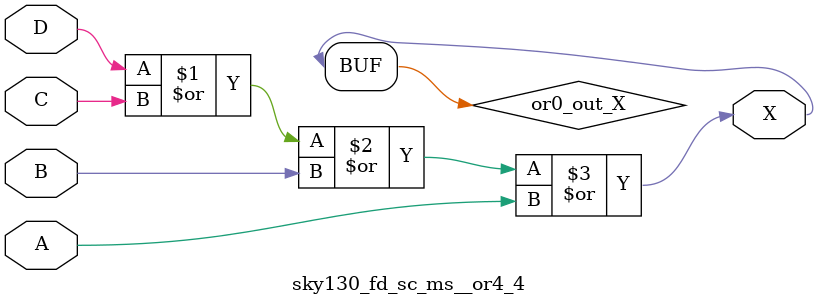
<source format=v>
/*
 * Copyright 2020 The SkyWater PDK Authors
 *
 * Licensed under the Apache License, Version 2.0 (the "License");
 * you may not use this file except in compliance with the License.
 * You may obtain a copy of the License at
 *
 *     https://www.apache.org/licenses/LICENSE-2.0
 *
 * Unless required by applicable law or agreed to in writing, software
 * distributed under the License is distributed on an "AS IS" BASIS,
 * WITHOUT WARRANTIES OR CONDITIONS OF ANY KIND, either express or implied.
 * See the License for the specific language governing permissions and
 * limitations under the License.
 *
 * SPDX-License-Identifier: Apache-2.0
*/


`ifndef SKY130_FD_SC_MS__OR4_4_FUNCTIONAL_V
`define SKY130_FD_SC_MS__OR4_4_FUNCTIONAL_V

/**
 * or4: 4-input OR.
 *
 * Verilog simulation functional model.
 */

`timescale 1ns / 1ps
`default_nettype none

`celldefine
module sky130_fd_sc_ms__or4_4 (
    X,
    A,
    B,
    C,
    D
);

    // Module ports
    output X;
    input  A;
    input  B;
    input  C;
    input  D;

    // Local signals
    wire or0_out_X;

    //  Name  Output     Other arguments
    or  or0  (or0_out_X, D, C, B, A     );
    buf buf0 (X        , or0_out_X      );

endmodule
`endcelldefine

`default_nettype wire
`endif  // SKY130_FD_SC_MS__OR4_4_FUNCTIONAL_V

</source>
